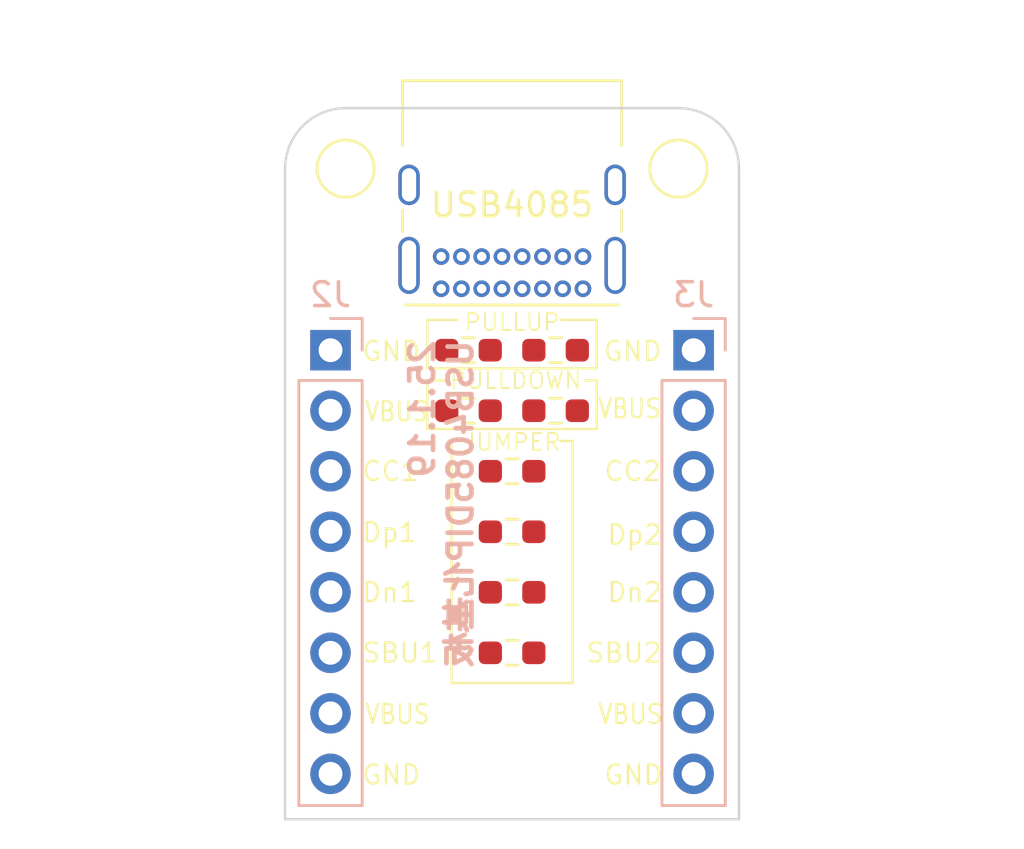
<source format=kicad_pcb>
(kicad_pcb (version 20240108) (generator "pcbnew") (generator_version "8.0")
  (layers (0 "F.Cu" signal) (31 "B.Cu" signal) (34 "B.Paste" user) (35 "F.Paste" user) (36 "B.SilkS" user "B.Silkscreen") (37 "F.SilkS" user "F.Silkscreen") (38 "B.Mask" user) (39 "F.Mask" user) (44 "Edge.Cuts" user))
  (net 0 "")
  (net 1 "GND")
  (net 2 "SBU1")
  (net 3 "Dp2")
  (net 4 "VBUS")
  (net 5 "CC1")
  (net 6 "Dn2")
  (net 7 "Dn1")
  (net 8 "CC2")
  (net 9 "Dp1")
  (net 10 "SBU2")
  (footprint "Resistor_SMD:R_0603_1608Metric_Pad0.98x0.95mm_HandSolder" (layer "F.Cu") (at 147.3219 91.44)
    (property "Reference" "SBU1" (at -6.3519 0 180) (layer "F.SilkS") (effects (font (size 0.8 0.8) (thickness 0.1)) (justify left)))
    (property "Value" "R")
    (fp_line (start -0.254724 -0.5225) (end 0.254724 -0.5225) (stroke (width 0.12)) (layer "F.SilkS"))
    (fp_line (start -0.254724 0.5225) (end 0.254724 0.5225) (stroke (width 0.12)) (layer "F.SilkS"))
    (pad "1" smd roundrect (at -0.9125 0) (size 0.975 0.95) (layers "F.Cu" "F.Paste" "F.Mask") (net 2 "SBU1"))
    (pad "2" smd roundrect (at 0.9125 0) (size 0.975 0.95) (layers "F.Cu" "F.Paste" "F.Mask") (net 10 "SBU2"))
  )
  (footprint "TestPoint:TestPoint_THTPad_D2.0mm_Drill1.0mm" (layer "F.Cu") (at 154.305 71.12)
    (property "Reference" "REF**" (hide yes))
    (property "Value" "TestPoint_THTPad_D2.0mm_Drill1.0mm")
    (fp_circle (center 0 0) (end 0 1.2) (stroke (width 0.12)) (fill none) (layer "F.SilkS"))
    (pad "" np_thru_hole circle (at 0 0) (size 2 2) (drill 2) (layers "F&B.Cu" "*.Mask"))
  )
  (footprint "Resistor_SMD:R_0603_1608Metric_Pad0.98x0.95mm_HandSolder" (layer "F.Cu") (at 147.3219 88.9)
    (property "Reference" "Dn1" (at -6.3519 0 180) (layer "F.SilkS") (effects (font (size 0.8 0.8) (thickness 0.1)) (justify left)))
    (property "Value" "R")
    (fp_line (start -0.254724 -0.5225) (end 0.254724 -0.5225) (stroke (width 0.12)) (layer "F.SilkS"))
    (fp_line (start -0.254724 0.5225) (end 0.254724 0.5225) (stroke (width 0.12)) (layer "F.SilkS"))
    (pad "1" smd roundrect (at -0.9125 0) (size 0.975 0.95) (layers "F.Cu" "F.Paste" "F.Mask") (net 7 "Dn1"))
    (pad "2" smd roundrect (at 0.9125 0) (size 0.975 0.95) (layers "F.Cu" "F.Paste" "F.Mask") (net 6 "Dn2"))
  )
  (footprint "Resistor_SMD:R_0603_1608Metric_Pad0.98x0.95mm_HandSolder" (layer "F.Cu") (at 149.1469 81.28 180)
    (property "Reference" "CC2" (hide yes))
    (property "Value" "R")
    (fp_line (start -0.254724 0.5225) (end 0.254724 0.5225) (stroke (width 0.12)) (layer "F.SilkS"))
    (fp_line (start -0.254724 -0.5225) (end 0.254724 -0.5225) (stroke (width 0.12)) (layer "F.SilkS"))
    (pad "1" smd roundrect (at -0.9125 0 180) (size 0.975 0.95) (layers "F.Cu" "F.Paste" "F.Mask") (net 4 "VBUS"))
    (pad "2" smd roundrect (at 0.9125 0 180) (size 0.975 0.95) (layers "F.Cu" "F.Paste" "F.Mask") (net 8 "CC2"))
  )
  (footprint "TestPoint:TestPoint_THTPad_D2.0mm_Drill1.0mm" (layer "F.Cu") (at 140.335 71.12)
    (property "Reference" "REF**" (hide yes))
    (property "Value" "TestPoint_THTPad_D2.0mm_Drill1.0mm")
    (fp_circle (center 0 0) (end 0 1.2) (stroke (width 0.12)) (fill none) (layer "F.SilkS"))
    (pad "" np_thru_hole circle (at 0 0) (size 2 2) (drill 2) (layers "F&B.Cu" "*.Mask"))
  )
  (footprint "Resistor_SMD:R_0603_1608Metric_Pad0.98x0.95mm_HandSolder" (layer "F.Cu") (at 145.4931 81.28)
    (property "Reference" "CC1" (hide yes))
    (property "Value" "R")
    (fp_line (start -0.254724 -0.5225) (end 0.254724 -0.5225) (stroke (width 0.12)) (layer "F.SilkS"))
    (fp_line (start -0.254724 0.5225) (end 0.254724 0.5225) (stroke (width 0.12)) (layer "F.SilkS"))
    (pad "1" smd roundrect (at -0.9125 0) (size 0.975 0.95) (layers "F.Cu" "F.Paste" "F.Mask") (net 4 "VBUS"))
    (pad "2" smd roundrect (at 0.9125 0) (size 0.975 0.95) (layers "F.Cu" "F.Paste" "F.Mask") (net 5 "CC1"))
  )
  (footprint "Resistor_SMD:R_0603_1608Metric_Pad0.98x0.95mm_HandSolder" (layer "F.Cu") (at 149.1469 78.74)
    (property "Reference" "CC2" (hide yes))
    (property "Value" "R")
    (fp_line (start -0.254724 -0.5225) (end 0.254724 -0.5225) (stroke (width 0.12)) (layer "F.SilkS"))
    (fp_line (start -0.254724 0.5225) (end 0.254724 0.5225) (stroke (width 0.12)) (layer "F.SilkS"))
    (pad "1" smd roundrect (at -0.9125 0) (size 0.975 0.95) (layers "F.Cu" "F.Paste" "F.Mask") (net 8 "CC2"))
    (pad "2" smd roundrect (at 0.9125 0) (size 0.975 0.95) (layers "F.Cu" "F.Paste" "F.Mask") (net 1 "GND"))
  )
  (footprint "Resistor_SMD:R_0603_1608Metric_Pad0.98x0.95mm_HandSolder" (layer "F.Cu") (at 147.3219 86.36)
    (property "Reference" "Dp1" (at -6.3519 0.03 180) (layer "F.SilkS") (effects (font (size 0.8 0.8) (thickness 0.1)) (justify left)))
    (property "Value" "R")
    (fp_line (start -0.254724 -0.5225) (end 0.254724 -0.5225) (stroke (width 0.12)) (layer "F.SilkS"))
    (fp_line (start -0.254724 0.5225) (end 0.254724 0.5225) (stroke (width 0.12)) (layer "F.SilkS"))
    (pad "1" smd roundrect (at -0.9125 0) (size 0.975 0.95) (layers "F.Cu" "F.Paste" "F.Mask") (net 9 "Dp1"))
    (pad "2" smd roundrect (at 0.9125 0) (size 0.975 0.95) (layers "F.Cu" "F.Paste" "F.Mask") (net 3 "Dp2"))
  )
  (footprint "Resistor_SMD:R_0603_1608Metric_Pad0.98x0.95mm_HandSolder" (layer "F.Cu") (at 147.3219 83.82)
    (property "Reference" "CC1" (at -6.3519 0 180) (layer "F.SilkS") (effects (font (size 0.8 0.8) (thickness 0.1)) (justify left)))
    (property "Value" "R")
    (fp_line (start -0.254724 -0.5225) (end 0.254724 -0.5225) (stroke (width 0.12)) (layer "F.SilkS"))
    (fp_line (start -0.254724 0.5225) (end 0.254724 0.5225) (stroke (width 0.12)) (layer "F.SilkS"))
    (pad "1" smd roundrect (at -0.9125 0) (size 0.975 0.95) (layers "F.Cu" "F.Paste" "F.Mask") (net 5 "CC1"))
    (pad "2" smd roundrect (at 0.9125 0) (size 0.975 0.95) (layers "F.Cu" "F.Paste" "F.Mask") (net 8 "CC2"))
  )
  (footprint "Connector_USB:USB_C_Receptacle_GCT_USB4085" (layer "F.Cu") (at 150.295 76.161 180)
    (property "Reference" "USB4085" (at 2.975 3.517 0) (layer "F.SilkS"))
    (property "Value" "USB_C_Receptacle_USB2.0_16P")
    (fp_line (start 7.57 6) (end 7.57 8.73) (stroke (width 0.12)) (layer "F.SilkS"))
    (fp_line (start 7.57 2.4) (end 7.57 3.3) (stroke (width 0.12)) (layer "F.SilkS"))
    (fp_line (start -1.5 -0.68) (end 7.45 -0.68) (stroke (width 0.12)) (layer "F.SilkS"))
    (fp_line (start -1.62 8.73) (end 7.57 8.73) (stroke (width 0.12)) (layer "F.SilkS"))
    (fp_line (start -1.62 6) (end -1.62 8.73) (stroke (width 0.12)) (layer "F.SilkS"))
    (fp_line (start -1.62 2.4) (end -1.62 3.3) (stroke (width 0.12)) (layer "F.SilkS"))
    (pad "A1" thru_hole circle (at 0 0 180) (size 0.7 0.7) (drill 0.4) (layers "*.Cu" "*.Mask") (net 1 "GND"))
    (pad "A4" thru_hole circle (at 0.85 0 180) (size 0.7 0.7) (drill 0.4) (layers "*.Cu" "*.Mask") (net 4 "VBUS"))
    (pad "A5" thru_hole circle (at 1.7 0 180) (size 0.7 0.7) (drill 0.4) (layers "*.Cu" "*.Mask") (net 5 "CC1"))
    (pad "A6" thru_hole circle (at 2.55 0 180) (size 0.7 0.7) (drill 0.4) (layers "*.Cu" "*.Mask") (net 9 "Dp1"))
    (pad "A7" thru_hole circle (at 3.4 0 180) (size 0.7 0.7) (drill 0.4) (layers "*.Cu" "*.Mask") (net 7 "Dn1"))
    (pad "A8" thru_hole circle (at 4.25 0 180) (size 0.7 0.7) (drill 0.4) (layers "*.Cu" "*.Mask") (net 2 "SBU1"))
    (pad "A9" thru_hole circle (at 5.1 0 180) (size 0.7 0.7) (drill 0.4) (layers "*.Cu" "*.Mask") (net 4 "VBUS"))
    (pad "A12" thru_hole circle (at 5.95 0 180) (size 0.7 0.7) (drill 0.4) (layers "*.Cu" "*.Mask") (net 1 "GND"))
    (pad "B1" thru_hole circle (at 5.95 1.35 180) (size 0.7 0.7) (drill 0.4) (layers "*.Cu" "*.Mask") (net 1 "GND"))
    (pad "B4" thru_hole circle (at 5.1 1.35 180) (size 0.7 0.7) (drill 0.4) (layers "*.Cu" "*.Mask") (net 4 "VBUS"))
    (pad "B5" thru_hole circle (at 4.25 1.35 180) (size 0.7 0.7) (drill 0.4) (layers "*.Cu" "*.Mask") (net 8 "CC2"))
    (pad "B6" thru_hole circle (at 3.4 1.35 180) (size 0.7 0.7) (drill 0.4) (layers "*.Cu" "*.Mask") (net 3 "Dp2"))
    (pad "B7" thru_hole circle (at 2.55 1.35 180) (size 0.7 0.7) (drill 0.4) (layers "*.Cu" "*.Mask") (net 6 "Dn2"))
    (pad "B8" thru_hole circle (at 1.7 1.35 180) (size 0.7 0.7) (drill 0.4) (layers "*.Cu" "*.Mask") (net 10 "SBU2"))
    (pad "B9" thru_hole circle (at 0.85 1.35 180) (size 0.7 0.7) (drill 0.4) (layers "*.Cu" "*.Mask") (net 4 "VBUS"))
    (pad "B12" thru_hole circle (at 0 1.35 180) (size 0.7 0.7) (drill 0.4) (layers "*.Cu" "*.Mask") (net 1 "GND"))
    (pad "S1" thru_hole oval (at -1.35 0.98 180) (size 0.9 2.4) (drill oval 0.6 2.1) (layers "*.Cu" "*.Mask") (net 1 "GND"))
    (pad "S1" thru_hole oval (at -1.35 4.36 180) (size 0.9 1.7) (drill oval 0.6 1.4) (layers "*.Cu" "*.Mask") (net 1 "GND"))
    (pad "S1" thru_hole oval (at 7.3 0.98 180) (size 0.9 2.4) (drill oval 0.6 2.1) (layers "*.Cu" "*.Mask") (net 1 "GND"))
    (pad "S1" thru_hole oval (at 7.3 4.36 180) (size 0.9 1.7) (drill oval 0.6 1.4) (layers "*.Cu" "*.Mask") (net 1 "GND"))
  )
  (footprint "Resistor_SMD:R_0603_1608Metric_Pad0.98x0.95mm_HandSolder" (layer "F.Cu") (at 145.4931 78.74 180)
    (property "Reference" "CC1" (hide yes))
    (property "Value" "R")
    (fp_line (start -0.254724 0.5225) (end 0.254724 0.5225) (stroke (width 0.12)) (layer "F.SilkS"))
    (fp_line (start -0.254724 -0.5225) (end 0.254724 -0.5225) (stroke (width 0.12)) (layer "F.SilkS"))
    (pad "1" smd roundrect (at -0.9125 0 180) (size 0.975 0.95) (layers "F.Cu" "F.Paste" "F.Mask") (net 5 "CC1"))
    (pad "2" smd roundrect (at 0.9125 0 180) (size 0.975 0.95) (layers "F.Cu" "F.Paste" "F.Mask") (net 1 "GND"))
  )
  (footprint "Connector_PinHeader_2.54mm:PinHeader_1x08_P2.54mm_Vertical" (layer "B.Cu") (at 139.7 78.74 180)
    (property "Reference" "J2" (at 0 2.33 0) (layer "B.SilkS") (effects (justify mirror)))
    (property "Value" "Conn_01x08_Pin")
    (fp_line (start 1.33 -1.27) (end -1.33 -1.27) (stroke (width 0.12)) (layer "B.SilkS"))
    (fp_line (start 1.33 -19.11) (end 1.33 -1.27) (stroke (width 0.12)) (layer "B.SilkS"))
    (fp_line (start 1.33 -19.11) (end -1.33 -19.11) (stroke (width 0.12)) (layer "B.SilkS"))
    (fp_line (start 0 1.33) (end -1.33 1.33) (stroke (width 0.12)) (layer "B.SilkS"))
    (fp_line (start -1.33 1.33) (end -1.33 0) (stroke (width 0.12)) (layer "B.SilkS"))
    (fp_line (start -1.33 -19.11) (end -1.33 -1.27) (stroke (width 0.12)) (layer "B.SilkS"))
    (pad "1" thru_hole rect (at 0 0 180) (size 1.7 1.7) (drill 1) (layers "*.Cu" "*.Mask") (net 1 "GND"))
    (pad "2" thru_hole oval (at 0 -2.54 180) (size 1.7 1.7) (drill 1) (layers "*.Cu" "*.Mask") (net 4 "VBUS"))
    (pad "3" thru_hole oval (at 0 -5.08 180) (size 1.7 1.7) (drill 1) (layers "*.Cu" "*.Mask") (net 5 "CC1"))
    (pad "4" thru_hole oval (at 0 -7.62 180) (size 1.7 1.7) (drill 1) (layers "*.Cu" "*.Mask") (net 9 "Dp1"))
    (pad "5" thru_hole oval (at 0 -10.16 180) (size 1.7 1.7) (drill 1) (layers "*.Cu" "*.Mask") (net 7 "Dn1"))
    (pad "6" thru_hole oval (at 0 -12.7 180) (size 1.7 1.7) (drill 1) (layers "*.Cu" "*.Mask") (net 2 "SBU1"))
    (pad "7" thru_hole oval (at 0 -15.24 180) (size 1.7 1.7) (drill 1) (layers "*.Cu" "*.Mask") (net 4 "VBUS"))
    (pad "8" thru_hole oval (at 0 -17.78 180) (size 1.7 1.7) (drill 1) (layers "*.Cu" "*.Mask") (net 1 "GND"))
  )
  (footprint "Connector_PinHeader_2.54mm:PinHeader_1x08_P2.54mm_Vertical" (layer "B.Cu") (at 154.94 78.74 180)
    (property "Reference" "J3" (at 0 2.33 0) (layer "B.SilkS") (effects (justify mirror)))
    (property "Value" "Conn_01x08_Pin")
    (fp_line (start 1.33 -1.27) (end -1.33 -1.27) (stroke (width 0.12)) (layer "B.SilkS"))
    (fp_line (start 1.33 -19.11) (end 1.33 -1.27) (stroke (width 0.12)) (layer "B.SilkS"))
    (fp_line (start 1.33 -19.11) (end -1.33 -19.11) (stroke (width 0.12)) (layer "B.SilkS"))
    (fp_line (start 0 1.33) (end -1.33 1.33) (stroke (width 0.12)) (layer "B.SilkS"))
    (fp_line (start -1.33 1.33) (end -1.33 0) (stroke (width 0.12)) (layer "B.SilkS"))
    (fp_line (start -1.33 -19.11) (end -1.33 -1.27) (stroke (width 0.12)) (layer "B.SilkS"))
    (pad "9" thru_hole oval (at 0 -17.78 180) (size 1.7 1.7) (drill 1) (layers "*.Cu" "*.Mask") (net 1 "GND"))
    (pad "10" thru_hole oval (at 0 -15.24 180) (size 1.7 1.7) (drill 1) (layers "*.Cu" "*.Mask") (net 4 "VBUS"))
    (pad "11" thru_hole oval (at 0 -12.7 180) (size 1.7 1.7) (drill 1) (layers "*.Cu" "*.Mask") (net 10 "SBU2"))
    (pad "12" thru_hole oval (at 0 -10.16 180) (size 1.7 1.7) (drill 1) (layers "*.Cu" "*.Mask") (net 6 "Dn2"))
    (pad "13" thru_hole oval (at 0 -7.62 180) (size 1.7 1.7) (drill 1) (layers "*.Cu" "*.Mask") (net 3 "Dp2"))
    (pad "14" thru_hole oval (at 0 -5.08 180) (size 1.7 1.7) (drill 1) (layers "*.Cu" "*.Mask") (net 8 "CC2"))
    (pad "15" thru_hole oval (at 0 -2.54 180) (size 1.7 1.7) (drill 1) (layers "*.Cu" "*.Mask") (net 4 "VBUS"))
    (pad "16" thru_hole rect (at 0 0 180) (size 1.7 1.7) (drill 1) (layers "*.Cu" "*.Mask") (net 1 "GND"))
  )
  (gr_line (start 144.78 92.71) (end 149.86 92.71) (stroke (width 0.1)) (layer "F.SilkS"))
  (gr_line (start 143.764 82.042) (end 150.876 82.042) (stroke (width 0.1)) (layer "F.SilkS"))
  (gr_line (start 149.352 77.47) (end 150.876 77.47) (stroke (width 0.1)) (layer "F.SilkS"))
  (gr_line (start 150.876 80.01) (end 150.368 80.01) (stroke (width 0.1)) (layer "F.SilkS"))
  (gr_line (start 144.78 82.55) (end 144.78 92.71) (stroke (width 0.1)) (layer "F.SilkS"))
  (gr_line (start 150.876 77.47) (end 150.876 79.502) (stroke (width 0.1)) (layer "F.SilkS"))
  (gr_line (start 150.876 82.042) (end 150.876 80.01) (stroke (width 0.1)) (layer "F.SilkS"))
  (gr_line (start 145.288 82.55) (end 144.78 82.55) (stroke (width 0.1)) (layer "F.SilkS"))
  (gr_line (start 149.86 82.55) (end 149.352 82.55) (stroke (width 0.1)) (layer "F.SilkS"))
  (gr_line (start 143.764 77.47) (end 145.034 77.47) (stroke (width 0.1)) (layer "F.SilkS"))
  (gr_line (start 144.526 80.01) (end 143.764 80.01) (stroke (width 0.1)) (layer "F.SilkS"))
  (gr_line (start 150.876 79.502) (end 143.764 79.502) (stroke (width 0.1)) (layer "F.SilkS"))
  (gr_line (start 149.86 92.71) (end 149.86 82.55) (stroke (width 0.1)) (layer "F.SilkS"))
  (gr_line (start 143.764 80.01) (end 143.764 82.042) (stroke (width 0.1)) (layer "F.SilkS"))
  (gr_line (start 143.764 79.502) (end 143.764 77.47) (stroke (width 0.1)) (layer "F.SilkS"))
  (gr_line (start 137.795 98.425) (end 156.845 98.425) (stroke (width 0.1)) (layer "Edge.Cuts"))
  (gr_line (start 137.795 71.12) (end 137.795 98.425) (stroke (width 0.1)) (layer "Edge.Cuts"))
  (gr_arc (start 137.795 71.12) (mid 138.538949 69.323949) (end 140.335 68.58) (stroke (width 0.1)) (layer "Edge.Cuts"))
  (gr_arc (start 154.305 68.58) (mid 156.101051 69.323949) (end 156.845 71.12) (stroke (width 0.1)) (layer "Edge.Cuts"))
  (gr_line (start 154.305 68.58) (end 140.335 68.58) (stroke (width 0.1)) (layer "Edge.Cuts"))
  (gr_line (start 156.845 98.425) (end 156.845 71.12) (stroke (width 0.1)) (layer "Edge.Cuts"))
  (gr_text "25.1.19\nUSB4085DIP化基板" (at 145.747824 78.2175 90) (layer "B.SilkS") (effects (font (size 1 1) (thickness 0.2) (bold yes)) (justify left bottom mirror)))
  (gr_text "GND" (at 140.97 97.028 0) (layer "F.SilkS") (effects (font (size 0.8 0.8) (thickness 0.1)) (justify left bottom)))
  (gr_text "VBUS" (at 141.097 94.488 0) (layer "F.SilkS") (effects (font (size 0.8 0.7) (thickness 0.1)) (justify left bottom)))
  (gr_text "VBUS" (at 141.097 81.788 0) (layer "F.SilkS") (effects (font (size 0.8 0.68) (thickness 0.1)) (justify left bottom)))
  (gr_text "VBUS" (at 150.876 81.661 0) (layer "F.SilkS") (effects (font (size 0.8 0.68) (thickness 0.1)) (justify left bottom)))
  (gr_text "Dp2" (at 151.257 86.487 0) (layer "F.SilkS") (effects (font (size 0.8 0.8) (thickness 0.1)) (justify left)))
  (gr_text "GND" (at 153.67 79.248 0) (layer "F.SilkS") (effects (font (size 0.8 0.8) (thickness 0.1)) (justify right bottom)))
  (gr_text "SBU2" (at 150.368 91.44 0) (layer "F.SilkS") (effects (font (size 0.8 0.8) (thickness 0.1)) (justify left)))
  (gr_text "CC2" (at 151.13 83.82 0) (layer "F.SilkS") (effects (font (size 0.8 0.8) (thickness 0.1)) (justify left)))
  (gr_text "GND" (at 151.13 97.028 0) (layer "F.SilkS") (effects (font (size 0.8 0.8) (thickness 0.1)) (justify left bottom)))
  (gr_text "VBUS" (at 150.876 94.488 0) (layer "F.SilkS") (effects (font (size 0.8 0.7) (thickness 0.1)) (justify left bottom)))
  (gr_text "GND" (at 140.97 79.248 0) (layer "F.SilkS") (effects (font (size 0.8 0.8) (thickness 0.1)) (justify left bottom)))
  (gr_text "PULLDOWN" (at 147.4724 80.4164 0) (layer "F.SilkS") (effects (font (size 0.7 0.7) (thickness 0.08)) (justify bottom)))
  (gr_text "PULLUP" (at 147.32 77.978 0) (layer "F.SilkS") (effects (font (size 0.7 0.7) (thickness 0.08)) (justify bottom)))
  (gr_text "Dn2" (at 151.257 88.9 0) (layer "F.SilkS") (effects (font (size 0.8 0.8) (thickness 0.1)) (justify left)))
  (gr_text "JUMPER" (at 147.32 83.0072 0) (layer "F.SilkS") (effects (font (size 0.7 0.7) (thickness 0.08)) (justify bottom)))
)
</source>
